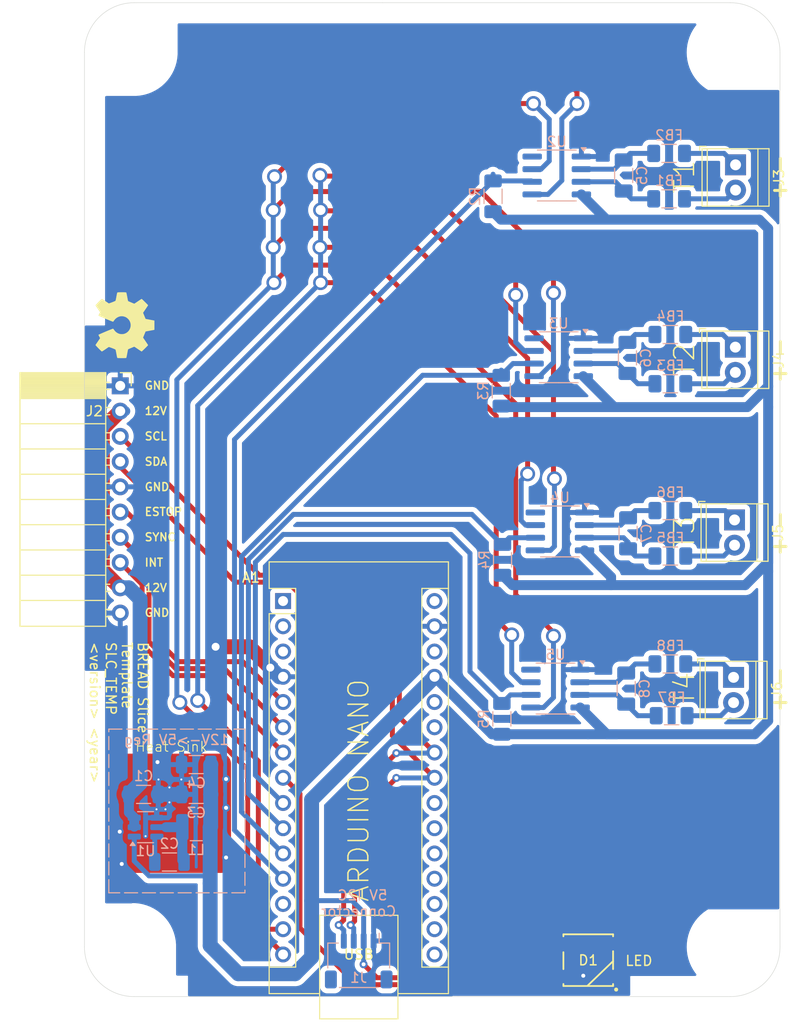
<source format=kicad_pcb>
(kicad_pcb (version 20241229) (generator "pcbnew") (generator_version "9.0")
  (layers (0 "F.Cu" signal) (2 "B.Cu" signal) (13 "F.Paste" user) (15 "B.Paste" user) (5 "F.SilkS" user "F.Silkscreen") (7 "B.SilkS" user "B.Silkscreen") (1 "F.Mask" user) (3 "B.Mask" user) (25 "Edge.Cuts" user))
  (net 0 "")
  (net 3 "GND")
  (net 5 "+5V")
  (net 6 "/LED")
  (net 7 "/I2C_CLK")
  (net 8 "/DATA")
  (net 9 "/I2C_DAT")
  (net 10 "/SS3")
  (net 11 "/SYNC")
  (net 13 "/E_STOP")
  (net 20 "+12V")
  (net 21 "/INT")
  (net 22 "/SS1")
  (net 23 "/SS2")
  (net 25 "/SS4")
  (net 26 "/CLK")
  (net 29 "Net-(U1-SW)")
  (net 30 "Net-(U1-BST)")
  (net 31 "unconnected-(A1-VIN-Pad30)")
  (net 33 "Net-(U2-T+)")
  (net 34 "Net-(U2-T-)")
  (net 35 "Net-(U3-T-)")
  (net 36 "Net-(U3-T+)")
  (net 37 "Net-(U4-T+)")
  (net 38 "Net-(U4-T-)")
  (net 39 "Net-(U5-T-)")
  (net 40 "Net-(U5-T+)")
  (net 41 "Net-(J3-Pin_2)")
  (net 42 "Net-(J3-Pin_1)")
  (net 43 "Net-(J4-Pin_2)")
  (net 44 "Net-(J4-Pin_1)")
  (net 45 "Net-(J5-Pin_2)")
  (net 46 "Net-(J5-Pin_1)")
  (net 47 "Net-(J6-Pin_2)")
  (net 48 "Net-(J6-Pin_1)")
  (net 49 "unconnected-(A1-D13-Pad16)")
  (footprint "MountingHole:MountingHole_5mm" (layer "F.Cu") (at 127.6 44.8)
    (property "Reference" "H1" (hide yes))
    (property "Value" "MountingHole")
  )
  (footprint "MountingHole:MountingHole_5mm" (layer "F.Cu") (at 187.6 44.8)
    (property "Reference" "H3" (hide yes))
    (property "Value" "MountingHole")
  )
  (footprint "MountingHole:MountingHole_5mm" (layer "F.Cu") (at 127.6 134.8)
    (property "Reference" "H2" (hide yes))
    (property "Value" "MountingHole")
  )
  (footprint "MountingHole:MountingHole_5mm" (layer "F.Cu") (at 187.6 134.8)
    (property "Reference" "H4" (hide yes))
    (property "Value" "MountingHole")
  )
  (footprint "Module:Arduino_Nano" (layer "F.Cu") (at 142.588 100)
    (property "Reference" "A1")
    (property "Value" "Arduino_Nano_v3.x")
  )
  (footprint "Connector_PinSocket_2.54mm:PinSocket_1x10_P2.54mm_Horizontal" (layer "F.Cu") (at 126.2 78.35)
    (property "Reference" "J2")
    (property "Value" "Conn_01x10_Female")
  )
  (footprint "Symbol:OSHW-Symbol_6.7x6mm_SilkScreen" (layer "F.Cu") (at 126.664 72.236 -90)
    (property "Reference" "Logo1" (hide yes))
    (property "Value" "Logo_Open_Hardware_Small" (hide yes))
  )
  (footprint "TerminalBlock_TE-Connectivity:TerminalBlock_TE_282834-2_1x02_P2.54mm_Horizontal" (layer "F.Cu") (at 188.12475 56.1085 -90)
    (property "Reference" "J3")
    (property "Value" "Screw_Terminal_01x02")
  )
  (footprint "KML-Custom:Thermal Pad" (layer "F.Cu") (at 131.35 121.355)
    (property "Reference" "HS1")
    (property "Value" "Heatsink_Pad")
  )
  (footprint "TerminalBlock_TE-Connectivity:TerminalBlock_TE_282834-2_1x02_P2.54mm_Horizontal" (layer "F.Cu") (at 188.02475 91.8385 -90)
    (property "Reference" "J5")
    (property "Value" "Screw_Terminal_01x02")
  )
  (footprint "TerminalBlock_TE-Connectivity:TerminalBlock_TE_282834-2_1x02_P2.54mm_Horizontal" (layer "F.Cu") (at 187.92475 107.6785 -90)
    (property "Reference" "J6")
    (property "Value" "Screw_Terminal_01x02")
  )
  (footprint "SparkFun-LED:WS2812-5050-4PIN" (layer "F.Cu") (at 173.3 136.132769)
    (property "Reference" "D1")
    (property "Value" "WS2812B_5050")
  )
  (footprint "TerminalBlock_TE-Connectivity:TerminalBlock_TE_282834-2_1x02_P2.54mm_Horizontal" (layer "F.Cu") (at 188.10425 74.4535 -90)
    (property "Reference" "J4")
    (property "Value" "Screw_Terminal_01x02")
  )
  (footprint "Resistor_SMD:R_1206_3216Metric_Pad1.30x1.75mm_HandSolder" (layer "B.Cu") (at 163.72025 59.277 -90)
    (property "Reference" "R2")
    (property "Value" "10k")
  )
  (footprint "Connector_JST:JST_SH_SM04B-SRSS-TB_1x04-1MP_P1.00mm_Horizontal" (layer "B.Cu") (at 150.2 136.2 180)
    (property "Reference" "J1")
    (property "Value" "I2C_01x04")
  )
  (footprint "Resistor_SMD:R_1206_3216Metric_Pad1.30x1.75mm_HandSolder" (layer "B.Cu") (at 181.56375 106.3305 180)
    (property "Reference" "FB8")
    (property "Value" "Ferrite_Bead_Small")
  )
  (footprint "Capacitor_SMD:C_1206_3216Metric" (layer "B.Cu") (at 128.55 119.455 180)
    (property "Reference" "C1")
    (property "Value" "22uF")
  )
  (footprint "Package_SO:SOIC-8_3.9x4.9mm_P1.27mm" (layer "B.Cu") (at 170.13375 57.1815 180)
    (property "Reference" "U2")
    (property "Value" "MAX31855KASA")
  )
  (footprint "Package_TO_SOT_SMD:TSOT-23-6" (layer "B.Cu") (at 128.75 122.755)
    (property "Reference" "U1")
    (property "Value" "~")
  )
  (footprint "Capacitor_SMD:C_1206_3216Metric_Pad1.33x1.80mm_HandSolder" (layer "B.Cu") (at 177.30925 93.186 90)
    (property "Reference" "C7")
    (property "Value" "0.01 uF")
  )
  (footprint "Resistor_SMD:R_1206_3216Metric_Pad1.30x1.75mm_HandSolder" (layer "B.Cu") (at 164.60925 111.855 -90)
    (property "Reference" "R5")
    (property "Value" "10k")
  )
  (footprint "Resistor_SMD:R_1206_3216Metric_Pad1.30x1.75mm_HandSolder" (layer "B.Cu") (at 164.67275 95.853 -90)
    (property "Reference" "R4")
    (property "Value" "10k")
  )
  (footprint "Capacitor_SMD:C_1206_3216Metric_Pad1.33x1.80mm_HandSolder" (layer "B.Cu") (at 177.11875 108.807 90)
    (property "Reference" "C8")
    (property "Value" "0.01 uF")
  )
  (footprint "Package_SO:SOIC-8_3.9x4.9mm_P1.27mm" (layer "B.Cu") (at 170.32425 75.4695 180)
    (property "Reference" "U3")
    (property "Value" "MAX31855KASA")
  )
  (footprint "Capacitor_SMD:C_1206_3216Metric_Pad1.33x1.80mm_HandSolder" (layer "B.Cu") (at 177.24575 75.533 90)
    (property "Reference" "C6")
    (property "Value" "0.01 uF")
  )
  (footprint "Capacitor_SMD:C_1206_3216Metric_Pad1.33x1.80mm_HandSolder" (layer "B.Cu") (at 176.86475 57.1815 90)
    (property "Reference" "C5")
    (property "Value" "0.01 uF")
  )
  (footprint "Capacitor_SMD:C_1206_3216Metric" (layer "B.Cu") (at 131.15 126.255 180)
    (property "Reference" "C2")
    (property "Value" "100nF")
  )
  (footprint "Capacitor_SMD:C_1206_3216Metric" (layer "B.Cu") (at 133.85 119.455)
    (property "Reference" "C3")
    (property "Value" "22uF")
  )
  (footprint "Resistor_SMD:R_1206_3216Metric_Pad1.30x1.75mm_HandSolder" (layer "B.Cu") (at 164.54575 78.835 -90)
    (property "Reference" "R3")
    (property "Value" "10k")
  )
  (footprint "Capacitor_SMD:C_1206_3216Metric" (layer "B.Cu") (at 133.85 116.455)
    (property "Reference" "C4")
    (property "Value" "22uF")
  )
  (footprint "Resistor_SMD:R_1206_3216Metric_Pad1.30x1.75mm_HandSolder" (layer "B.Cu") (at 181.43675 54.959 180)
    (property "Reference" "FB2")
    (property "Value" "Ferrite_Bead_Small")
  )
  (footprint "Resistor_SMD:R_1206_3216Metric_Pad1.30x1.75mm_HandSolder" (layer "B.Cu") (at 181.69075 111.5375 180)
    (property "Reference" "FB7")
    (property "Value" "Ferrite_Bead_Small")
  )
  (footprint "Resistor_SMD:R_1206_3216Metric_Pad1.30x1.75mm_HandSolder" (layer "B.Cu") (at 181.56375 73.1835 180)
    (property "Reference" "FB4")
    (property "Value" "Ferrite_Bead_Small")
  )
  (footprint "Resistor_SMD:R_1206_3216Metric_Pad1.30x1.75mm_HandSolder" (layer "B.Cu") (at 181.56375 90.9 180)
    (property "Reference" "FB6")
    (property "Value" "Ferrite_Bead_Small")
  )
  (footprint "Resistor_SMD:R_1206_3216Metric_Pad1.30x1.75mm_HandSolder" (layer "B.Cu") (at 181.43675 59.531 180)
    (property "Reference" "FB1")
    (property "Value" "Ferrite_Bead_Small")
  )
  (footprint "Inductor_SMD:L_1210_3225Metric" (layer "B.Cu") (at 133.85 122.755)
    (property "Reference" "L1")
    (property "Value" "4.7uH")
  )
  (footprint "Package_SO:SOIC-8_3.9x4.9mm_P1.27mm" (layer "B.Cu") (at 170.45125 92.9955 180)
    (property "Reference" "U4")
    (property "Value" "MAX31855KASA")
  )
  (footprint "Resistor_SMD:R_1206_3216Metric_Pad1.30x1.75mm_HandSolder" (layer "B.Cu") (at 181.56375 78.1365 180)
    (property "Reference" "FB3")
    (property "Value" "Ferrite_Bead_Small")
  )
  (footprint "Package_SO:SOIC-8_3.9x4.9mm_P1.27mm" (layer "B.Cu") (at 170.00675 108.807 180)
    (property "Reference" "U5")
    (property "Value" "MAX31855KASA")
  )
  (footprint "Resistor_SMD:R_1206_3216Metric_Pad1.30x1.75mm_HandSolder" (layer "B.Cu") (at 181.56375 95.472 180)
    (property "Reference" "FB5")
    (property "Value" "Ferrite_Bead_Small")
  )
  (gr_rect (start 125.05 112.887) (end 138.75 129.355) (stroke (width 0.12) (type dash)) (fill no) (layer "B.SilkS"))
  (gr_line (start 192.6 44.8) (end 192.6 94.8) (stroke (width 0.05)) (layer "Edge.Cuts"))
  (gr_arc (start 187.6 39.8) (mid 191.135534 41.264466) (end 192.6 44.8) (stroke (width 0.05)) (layer "Edge.Cuts"))
  (gr_arc (start 192.6 134.8) (mid 191.135534 138.335534) (end 187.6 139.8) (stroke (width 0.05)) (layer "Edge.Cuts"))
  (gr_line (start 152.6 39.8) (end 187.6 39.8) (stroke (width 0.05)) (layer "Edge.Cuts"))
  (gr_arc (start 122.6 44.8) (mid 124.064466 41.264466) (end 127.6 39.8) (stroke (width 0.05)) (layer "Edge.Cuts"))
  (gr_line (start 192.6 94.8) (end 192.6 134.8) (stroke (width 0.05)) (layer "Edge.Cuts"))
  (gr_line (start 122.6 134.8) (end 122.6 44.8) (stroke (width 0.05)) (layer "Edge.Cuts"))
  (gr_line (start 127.6 39.8) (end 152.6 39.8) (stroke (width 0.05)) (layer "Edge.Cuts"))
  (gr_arc (start 127.6 139.8) (mid 124.064466 138.335534) (end 122.6 134.8) (stroke (width 0.05)) (layer "Edge.Cuts"))
  (gr_line (start 160.188 139.8) (end 187.6 139.8) (stroke (width 0.05)) (layer "Edge.Cuts"))
  (gr_line (start 127.6 139.8) (end 160.188 139.8) (stroke (width 0.05)) (layer "Edge.Cuts"))
  (gr_text "GND" (at 129.89619 88.522 0) (layer "F.SilkS") (effects (font (size 0.8 0.8))))
  (gr_text "+" (at 192.62475 110.104499 0) (layer "F.SilkS") (effects (font (size 1.5 1.5) (thickness 0.3))))
  (gr_text "-" (at 192.52475 74.4645 90) (layer "F.SilkS") (effects (font (size 1.5 1.5) (thickness 0.3))))
  (gr_text "-" (at 192.52475 56.038501 90) (layer "F.SilkS") (effects (font (size 1.5 1.5) (thickness 0.3))))
  (gr_text "LED" (at 178.4 136.2 0) (layer "F.SilkS") (effects (font (size 1 1))))
  (gr_text "12V" (at 129.781905 98.672 0) (layer "F.SilkS") (effects (font (size 0.8 0.8))))
  (gr_text "SYNC" (at 130.22 93.572 0) (layer "F.SilkS") (effects (font (size 0.8 0.8))))
  (gr_text "GND" (at 129.89619 101.172 0) (layer "F.SilkS") (effects (font (size 0.8 0.8))))
  (gr_text "BREAD Slice\nTemplate\nSLC_TEMP\n<version> <year>" (at 126.066 104.035 270) (layer "F.SilkS") (effects (font (size 1 1)) (justify left)))
  (gr_text "GND" (at 129.89619 78.322 0) (layer "F.SilkS") (effects (font (size 0.8 0.8))))
  (gr_text "T2" (at 182.97475 75.723501 90) (layer "F.SilkS") (effects (font (size 2 2))))
  (gr_text "-" (at 192.52475 107.5645 90) (layer "F.SilkS") (effects (font (size 1.5 1.5) (thickness 0.3))))
  (gr_text "+" (at 192.62475 58.5785 0) (layer "F.SilkS") (effects (font (size 1.5 1.5) (thickness 0.3))))
  (gr_text "T3" (at 182.97475 93.122501 90) (layer "F.SilkS") (effects (font (size 2 2))))
  (gr_text "ESTOP" (at 130.543809 91.022 0) (layer "F.SilkS") (effects (font (size 0.8 0.8))))
  (gr_text "+" (at 192.62475 77.004499 0) (layer "F.SilkS") (effects (font (size 1.5 1.5) (thickness 0.3))))
  (gr_text "INT" (at 129.591428 96.122 0) (layer "F.SilkS") (effects (font (size 0.8 0.8))))
  (gr_text "T4" (at 182.97475 108.807001 90) (layer "F.SilkS") (effects (font (size 2 2))))
  (gr_text "SDA" (at 129.800952 85.972 0) (layer "F.SilkS") (effects (font (size 0.8 0.8))))
  (gr_text "SCL" (at 129.781905 83.422 0) (layer "F.SilkS") (effects (font (size 0.8 0.8))))
  (gr_text "T1" (at 182.97475 57.308501 90) (layer "F.SilkS") (effects (font (size 2 2))))
  (gr_text "ARDUINO NANO" (at 150.198 119.05 90) (layer "F.SilkS") (effects (font (size 2 2))))
  (gr_text "-" (at 192.52475 91.8645 90) (layer "F.SilkS") (effects (font (size 1.5 1.5) (thickness 0.3))))
  (gr_text "12V" (at 129.781905 80.872 0) (layer "F.SilkS") (effects (font (size 0.8 0.8))))
  (gr_text "+" (at 192.62475 94.404499 0) (layer "F.SilkS") (effects (font (size 1.5 1.5) (thickness 0.3))))
  (gr_text "12V->5V Reg" (at 131.85 114.555 0) (layer "B.SilkS") (effects (font (size 1 1)) (justify bottom mirror)))
  (gr_text "5V I2C \nConnector" (at 150.198 131.8 0) (layer "B.SilkS") (effects (font (size 1 1)) (justify bottom mirror)))
  (segment (start 141.3 106.7) (end 139.2 104.6) (width 1.5) (layer "F.Cu") (net 3))
  (segment (start 172.8 137.7) (end 172.832769 137.732769) (width 0.5) (layer "F.Cu") (net 3))
  (segment (start 172.832769 137.732769) (end 175.877 137.732769) (width 0.5) (layer "F.Cu") (net 3))
  (segment (start 139.2 104.6) (end 135.8 104.6) (width 1.5) (layer "F.Cu") (net 3))
  (via (at 135.8 104.6) (size 1.6) (drill 0.8) (layers "F.Cu" "B.Cu") (net 3))
  (via (at 136.85 117.905) (size 0.8) (drill 0.4) (layers "F.Cu" "B.Cu") (net 3))
  (via (at 126.35 126.455) (size 0.8) (drill 0.4) (layers "F.Cu" "B.Cu") (net 3))
  (via (at 129.85 120.955) (size 0.5) (drill 0.2) (layers "F.Cu" "B.Cu") (net 3))
  (via (at 129.95 116.205) (size 0.8) (drill 0.4) (layers "F.Cu" "B.Cu") (net 3))
  (via (at 131.15 120.255) (size 0.5) (drill 0.2) (layers "F.Cu" "B.Cu") (net 3))
  (via (at 131.15 118.755) (size 0.5) (drill 0.2) (layers "F.Cu" "B.Cu") (net 3))
  (via (at 130.05 117.955) (size 0.5) (drill 0.2) (layers "F.Cu" "B.Cu") (net 3))
  (via (at 172.8 137.7) (size 0.8) (drill 0.4) (layers "F.Cu" "B.Cu") (net 3))
  (via (at 132.35 117.955) (size 0.5) (drill 0.2) (layers "F.Cu" "B.Cu") (net 3))
  (via (at 126.15 123.205) (size 0.8) (drill 0.4) (layers "F.Cu" "B.Cu") (net 3))
  (via (at 136.85 125.805) (size 0.8) (drill 0.4) (layers "F.Cu" "B.Cu") (net 3))
  (via (at 136.85 120.805) (size 0.8) (drill 0.4) (layers "F.Cu" "B.Cu") (net 3))
  (via (at 130.75 120.955) (size 0.5) (drill 0.2) (layers "F.Cu" "B.Cu") (net 3))
  (via (at 128.75 123.655) (size 0.5) (drill 0.2) (layers "F.Cu" "B.Cu") (net 3))
  (via (at 141.3 106.7) (size 1.6) (drill 0.8) (layers "F.Cu" "B.Cu") (net 3))
  (segment (start 129.8875 121.805) (end 128.8 121.805) (width 0.5) (layer "B.Cu") (net 3))
  (segment (start 131.55 117.955) (end 133.25 117.955) (width 0.5) (layer "B.Cu") (net 3))
  (segment (start 128.8 121.805) (end 128.75 121.855) (width 0.5) (layer "B.Cu") (net 3))
  (segment (start 132.35 117.955) (end 131.55 117.955) (width 0.5) (layer "B.Cu") (net 3))
  (segment (start 128.95 120.955) (end 128.75 121.155) (width 0.5) (layer "B.Cu") (net 3))
  (segment (start 131 121.805) (end 131.15 121.655) (width 0.5) (layer "B.Cu") (net 3))
  (segment (start 129.85 121.7675) (end 129.8875 121.805) (width 0.5) (layer "B.Cu") (net 3))
  (segment (start 129.85 120.955) (end 128.95 120.955) (width 0.5) (layer "B.Cu") (net 3))
  (segment (start 142.588 107.62) (end 142.22 107.62) (width 1.5) (layer "B.Cu") (net 3))
  (segment (start 131.15 120.555) (end 130.75 120.955) (width 0.5) (layer "B.Cu") (net 3))
  (segment (start 128.75 121.855) (end 128.75 123.655) (width 0.5) (layer "B.Cu") (net 3))
  (segment (start 131.15 119.455) (end 131.15 120.255) (width 0.5) (layer "B.Cu") (net 3))
  (segment (start 131.15 119.455) (end 131.15 118.755) (width 0.5) (layer "B.Cu") (net 3))
  (segment (start 130.025 119.455) (end 132.375 119.455) (width 1.5) (layer "B.Cu") (net 3))
  (segment (start 142.22 107.62) (end 141.3 106.7) (width 1.5) (layer "B.Cu") (net 3))
  (segment (start 130.75 120.955) (end 129.85 120.955) (width 0.5) (layer "B.Cu") (net 3))
  (segment (start 128.75 121.155) (end 128.75 121.855) (width 0.5) (layer "B.Cu") (net 3))
  (segment (start 131.15 121.655) (end 131.15 120.255) (width 0.5) (layer "B.Cu") (net 3))
  (segment (start 131.15 120.255) (end 131.15 120.555) (width 0.5) (layer "B.Cu") (net 3))
  (segment (start 129.8875 121.805) (end 131 121.805) (width 0.5) (layer "B.Cu") (net 3))
  (segment (start 129.85 120.955) (end 129.85 121.7675) (width 0.5) (layer "B.Cu") (net 3))
  (segment (start 152.0375 137.9) (end 150.688 136.5505) (width 0.5) (layer "F.Cu") (net 5))
  (segment (start 166.91005 137.9) (end 163.9 137.9) (width 0.5) (layer "F.Cu") (net 5))
  (segment (start 170.277281 134.532769) (end 166.91005 137.9) (width 0.5) (layer "F.Cu") (net 5))
  (segment (start 170.723 134.532769) (end 170.277281 134.532769) (width 0.5) (layer "F.Cu") (net 5))
  (segment (start 157.808 107.62) (end 157.828 107.62) (width 1.5) (layer "F.Cu") (net 5))
  (segment (start 163.9 137.9) (end 152.0375 137.9) (width 0.5) (layer "F.Cu") (net 5))
  (via (at 150.688 136.5505) (size 0.8) (drill 0.4) (layers "F.Cu" "B.Cu") (net 5))
  (segment (start 174.89625 80.486) (end 164.64675 80.486) (width 1) (layer "B.Cu") (net 5))
  (segment (start 191.40625 96.09375) (end 191.40625 94.71) (width 1) (layer "B.Cu") (net 5))
  (segment (start 189.24725 80.486) (end 175.78525 80.486) (width 1) (layer "B.Cu") (net 5))
  (segment (start 135.25 134.67) (end 138.08 137.5) (width 1.5) (layer "B.Cu") (net 5))
  (segment (start 191.40625 94.71) (end 191.40625 80.486) (width 1) (layer "B.Cu") (net 5))
  (segment (start 164.64675 80.486) (end 164.54575 80.385) (width 1) (layer "B.Cu") (net 5))
  (segment (start 190.04675 113.405) (end 191.40625 112.0455) (width 1) (layer "B.Cu") (net 5))
  (segment (start 164.67275 97.403) (end 165.66975 98.4) (width 1) (layer "B.Cu") (net 5))
  (segment (start 175.6 98.4) (end 175.6 97.57425) (width 1) (layer "B.Cu") (net 5))
  (segment (start 145.46 130.148) (end 145.46 119.988) (width 1.5) (layer "B.Cu") (net 5))
  (segment (start 189.1 98.4) (end 191.40625 96.09375) (width 1) (layer "B.Cu") (net 5))
  (segment (start 191.40625 80.486) (end 191.40625 78.3905) (width 1) (layer "B.Cu") (net 5))
  (segment (start 157.828 107.62) (end 150.698 114.75) (width 1.5) (layer "B.Cu") (net 5))
  (segment (start 175.78525 80.486) (end 175.78525 80.3605) (width 1) (layer "B.Cu") (net 5))
  (segment (start 175.02325 61.6265) (end 175.02325 61.501) (width 1) (layer "B.Cu") (net 5))
  (segment (start 143.8 137.5) (end 145.46 135.84) (width 1.5) (layer "B.Cu") (net 5))
  (segment (start 145.46 135.84) (end 145.46 130.148) (width 1.5) (layer "B.Cu") (net 5))
  (segment (start 175.78525 80.486) (end 174.89625 80.486) (width 1) (layer "B.Cu") (net 5))
  (segment (start 164.51975 61.6265) (end 163.72025 60.827) (width 1) (layer "B.Cu") (net 5))
  (segment (start 164.60925 113.405) (end 173.28275 113.405) (width 1) (layer "B.Cu") (net 5))
  (segment (start 135.25 127.655) (end 129.103122 127.655) (width 0.5) (layer "B.Cu") (net 5))
  (segment (start 135.325 116.455) (end 135.3 116.48) (width 1.5) (layer "B.Cu") (net 5))
  (segment (start 175.6 97.57425) (end 172.92625 94.9005) (width 1) (layer "B.Cu") (net 5))
  (segment (start 165.66975 98.4) (end 189.1 98.4) (width 1) (layer "B.Cu") (net 5))
  (segment (start 149.524 130.148) (end 145.46 130.148) (width 0.5) (layer "B.Cu") (net 5))
  (segment (start 127.6125 126.164378) (end 127.6125 123.705) (width 0.5) (layer "B.Cu") (net 5))
  (segment (start 135.25 127.655) (end 135.25 128.4) (width 1.5) (layer "B.Cu") (net 5))
  (segment (start 135.3 119.48) (end 135.3 122.705) (width 1.5) (layer "B.Cu") (net 5))
  (segment (start 135.35 128.5) (end 135.25 128.4) (width 0.5) (layer "B.Cu") (net 5))
  (segment (start 164.60925 113.405) (end 163.613 113.405) (width 1) (layer "B.Cu") (net 5))
  (segment (start 175.78525 80.3605) (end 172.79925 77.3745) (width 1) (layer "B.Cu") (net 5))
  (segment (start 191.40625 78.3905) (end 191.40625 62.5155) (width 1) (layer "B.Cu") (net 5))
  (segment (start 173.28275 113.405) (end 176.12875 113.405) (width 1) (layer "B.Cu") (net 5))
  (segment (start 138.08 137.5) (end 143.8 137.5) (width 1.5) (layer "B.Cu") (net 5))
  (segment (start 172.48175 110.712) (end 175.17475 113.405) (width 1) (layer "B.Cu") (net 5))
  (segment (start 191.40625 112.0455) (end 191.40625 96.996) (width 1) (layer "B.Cu") (net 5))
  (segment (start 175.02325 61.6265) (end 174.32475 61.6265) (width 1) (layer "B.Cu") (net 5))
  (segment (start 175.17475 113.405) (end 176.12875 113.405) (width 1) (layer "B.Cu") (net 5))
  (segment (start 150.698 134.4) (end 150.698 131.322) (width 0.5) (layer "B.Cu") (net 5))
  (segment (start 150.698 136.5405) (end 150.698 134.4) (width 0.5) (layer "B.Cu") (net 5))
  (segment (start 135.3 116.48) (end 135.3 119.43) (width 1.5) (layer "B.Cu") (net 5))
  (segment (start 135.25 127.655) (end 135.25 122.755) (width 1.5) (layer "B.Cu") (net 5))
  (segment (start 189.31075 80.486) (end 191.40625 78.3905) (width 1) (layer "B.Cu") (net 5))
  (segment (start 189.24725 80.486) (end 189.31075 80.486) (width 1) (layer "B.Cu") (net 5))
  (segment (start 145.46 119.988) (end 150.698 114.75) (width 1.5) (layer "B.Cu") (net 5))
  (segment (start 176.12875 113.405) (end 190.04675 113.405) (width 1) (layer "B.Cu") (net 5))
  (segment (start 135.25 128.4) (end 135.25 134.67) (width 1.5) (layer "B.Cu") (net 5))
  (segment (start 150.688 136.5505) (end 150.698 136.5405) (width 0.5) (layer "B.Cu") (net 5))
  (segment (start 175.02325 61.501) (end 172.60875 59.0865) (width 1) (layer "B.Cu") (net 5))
  (segment (start 129.103122 127.655) (end 127.6125 126.164378) (width 0.5) (layer "B.Cu") (net 5))
  (segment (start 135.325 122.68) (end 135.25 122.755) (width 1) (layer "B.Cu") (net 5))
  (segment (start 158.008 107.8) (end 157.828 107.62) (width 0.5) (layer "B.Cu") (net 5))
  (segment (start 135.325 119.455) (end 135.3 119.48) (width 1.5) (layer "B.Cu") (net 5))
  (segment (start 135.3 122.705) (end 135.25 122.755) (width 1.5) (layer "B.Cu") (net 5))
  (segment (start 191.40625 96.996) (end 191.40625 94.71) (width 1) (layer "B.Cu") (net 5))
  (segment (start 135.3 119.43) (end 135.325 119.455) (width 1.5) (layer "B.Cu") (net 5))
  (segment (start 163.613 113.405) (end 157.828 107.62) (width 1) (layer "B.Cu") (net 5))
  (segment (start 174.32475 61.6265) (end 164.51975 61.6265) (width 1) (layer "B.Cu") (net 5))
  (segment (start 190.51725 61.6265) (end 175.02325 61.6265) (width 1) (layer "B.Cu") (net 5))
  (segment (start 150.698 131.322) (end 149.524 130.148) (width 0.5) (layer "B.Cu") (net 5))
  (segment (start 191.40625 62.5155) (end 190.51725 61.6265) (width 1) (layer "B.Cu") (net 5))
  (segment (start 149.988 138.6) (end 167.2 138.6) (width 0.5) (layer "F.Cu") (net 6))
  (segment (start 142.588 117.78) (end 142.668 117.78) (width 0.5) (layer "F.Cu") (net 6))
  (segment (start 167.2 138.6) (end 169.6 136.2) (width 0.5) (layer "F.Cu") (net 6))
  (segment (start 174.209769 136.2) (end 175.877 134.532769) (width 0.5) (layer "F.Cu") (net 6))
  (segment (start 144.288 119.4) (end 144.288 132.9) (width 0.5) (layer "F.Cu") (net 6))
  (segment (start 169.6 136.2) (end 174.209769 136.2) (width 0.5) (layer "F.Cu") (net 6))
  (segment (start 144.288 132.9) (end 149.988 138.6) (width 0.5) (layer "F.Cu") (net 6))
  (segment (start 142.668 117.78) (end 144.288 119.4) (width 0.5) (layer "F.Cu") (net 6))
  (segment (start 154.288 108.34805) (end 143.33995 97.4) (width 0.5) (layer "F.Cu") (net 7))
  (segment (start 154.288 111.7) (end 154.288 108.34805) (width 0.5) (layer "F.Cu") (net 7))
  (segment (start 126.23 83.43) (end 126.2 83.43) (width 0.5) (layer "F.Cu") (net 7))
  (segment (start 143.33995 97.4) (end 140.2 97.4) (width 0.5) (layer "F.Cu") (net 7))
  (segment (start 140.2 97.4) (end 126.23 83.43) (width 0.5) (layer "F.Cu") (net 7))
  (segment (start 148.188 132.6) (end 148.688 132.1) (width 0.5) (layer "F.Cu") (net 7))
  (segment (start 157.828 115.24) (end 154.288 111.7) (width 0.5) (layer "F.Cu") (net 7))
  (segment (start 148.688 132.1) (end 148.688 120.6) (width 0.5) (layer "F.Cu") (net 7))
  (segment (start 148.688 120.6) (end 153.988 115.3) (width 0.5) (layer "F.Cu") (net 7))
  (via (at 148.188 132.6) (size 0.8) (drill 0.4) (layers "F.Cu" "B.Cu") (net 7))
  (via (at 153.988 115.3) (size 0.8) (drill 0.4) (layers "F.Cu" "B.Cu") (net 7))
  (segment (start 157.768 115.3) (end 157.828 115.24) (width 0.5) (layer "B.Cu") (net 7))
  (segment (start 148.188 132.6) (end 148.698 133.11) (width 0.5) (layer "B.Cu") (net 7))
  (segment (start 148.698 133.11) (end 148.698 134.4) (width 0.5) (layer "B.Cu") (net 7))
  (segment (start 153.988 115.3) (end 157.768 115.3) (width 0.5) (layer "B.Cu") (net 7))
  (segment (start 159.27525 60.7375) (end 146.4405 60.7375) (width 0.5) (layer "F.Cu") (net 8))
  (segment (start 134 110) (end 140.1 116.1) (width 0.5) (layer "F.Cu") (net 8))
  (segment (start 146.364 67.9635) (end 150.616502 67.9635) (width 0.5) (layer "F.Cu") (net 8))
  (segment (start 167.2 75.58375) (end 156.02375 64.4075) (width 0.5) (layer "F.Cu") (net 8))
  (segment (start 156.02375 64.4075) (end 146.3005 64.4075) (width 0.5) (layer "F.Cu") (net 8))
  (segment (start 165.6 103.4095) (end 164.03775 101.84725) (width 0.5) (layer "F.Cu") (net 8))
  (segment (start 158.44975 57.245) (end 165.75225 49.9425) (width 0.5) (layer "F.Cu") (net 8))
  (segment (start 146.377 57.245) (end 146.3005 57.1685) (width 0.5) (layer "F.Cu") (net 8))
  (segment (start 165.75225 49.9425) (end 167.78425 49.9425) (width 0.5) (layer "F.Cu") (net 8))
  (segment (start 146.4405 60.7375) (end 146.364 60.661) (width 0.5) (layer "F.Cu") (net 8))
  (segment (start 141.22 133.02) (end 142.588 133.02) (width 0.5) (layer "F.Cu") (net 8))
  (segment (start 164.03775 101.84725) (end 164.03775 81.376998) (width 0.5) (layer "F.Cu") (net 8))
  (segment (start 164.03775 81.376998) (end 150.700752 68.04) (width 0.5) (layer "F.Cu") (net 8))
  (segment (start 158.44975 57.245) (end 146.377 57.245) (width 0.5) (layer "F.Cu") (net 8))
  (segment (start 166 69.2) (end 166 67.46225) (width 0.5) (layer "F.Cu") (net 8))
  (segment (start 140.1 116.1) (end 140.1 131.9) (width 0.5) (layer "F.Cu") (net 8))
  (segment (start 166 67.46225) (end 159.27525 60.7375) (width 0.5) (layer "F.Cu") (net 8))
  (segment (start 140.1 131.9) (end 141.22 133.02) (width 0.5) (layer "F.Cu") (net 8))
  (segment (start 167.2 87.2) (end 167.2 75.58375) (width 0.5) (layer "F.Cu") (net 8))
  (via (at 146.3005 57.1685) (size 1.5) (drill 1) (layers "F.Cu" "B.Cu") (net 8))
  (via (at 146.3005 64.4075) (size 1.5) (drill 1) (layers "F.Cu" "B.Cu") (net 8))
  (via (at 134 110) (size 1.5) (drill 1) (layers "F.Cu" "B.Cu") (net 8))
  (via (at 146.364 60.661) (size 1.5) (drill 1) (layers "F.Cu" "B.Cu") (net 8))
  (via (at 165.6 103.4095) (size 1.5) (drill 1) (layers "F.Cu" "B.Cu") (net 8))
  (via (at 167.78425 49.9425) (size 1.5) (drill 1) (layers "F.Cu" "B.Cu") (net 8))
  (via (at 167.2 87.2) (size 1.5) (drill 1) (layers "F.Cu" "B.Cu") (net 8))
  (via (at 146.364 67.9635) (size 1.5) (drill 1) (layers "F.Cu" "B.Cu") (net 8))
  (via (at 166 69.2) (size 1.5) (drill 1) (layers "F.Cu" "B.Cu") (net 8))
  (segment (start 146.364 64.471) (end 146.3005 64.4075) (width 0.5) (layer "B.Cu") (net 8))
  (segment (start 146.364 64.5345) (end 146.364 68.0905) (width 0.5) (layer "B.Cu") (net 8))
  (segment (start 146.364 67.9635) (end 134 80.3275) (width 0.5) (layer "B.Cu") (net 8))
  (segment (start 166.572 108.172) (end 167.53175 108.172) (width 0.5) (layer "B.Cu") (net 8))
  (segment (start 146.364 64.5345) (end 146.364 64.471) (width 0.5) (layer "B.Cu") (net 8))
  (segment (start 146.364 61.296) (end 146.364 60.661) (width 0.5) (layer "B.Cu") (net 8))
  (segment (start 166.874251 74.8345) (end 167.84925 74.8345) (width 0.5) (layer "B.Cu") (net 8))
  (segment (start 165.6 107.2) (end 166.572 108.172) (width 0.5) (layer "B.Cu") (net 8))
  (segment (start 165.6 103.4095) (end 165.6 107.2) (width 0.5) (layer "B.Cu") (net 8))
  (segment (start 167.2 87.2) (end 166.55125 87.84875) (width 0.5) (layer "B.Cu") (net 8))
  (segment (start 146.364 61.296) (end 146.364 64.5345) (width 0.5) (layer "B.Cu") (net 8))
  (segment (start 146.364 57.105) (end 146.3005 57.1685) (width 0.5) (layer "B.Cu") (net 8))
  (segment (start 167.65875 56.5465) (end 168.54625 56.5465) (width 0.5) (layer "B.Cu") (net 8))
  (segment (start 169.37175 55.721) (end 169.37175 51.53) (width 0.5) (layer "B.Cu") (net 8))
  (segment (start 166 69.2) (end 166 73.960249) (width 0.5) (layer "B.Cu") (net 8))
  (segment (start 167.001251 92.3605) (end 167.97625 92.3605) (width 0.5) (layer "B.Cu") (net 8))
  (segment (start 168.54625 56.5465) (end 169.37175 55.721) (width 0.5) (layer "B.Cu") (net 8))
  (segment (start 134 80.3275) (end 134 110) (width 0.5) (layer "B.Cu") (net 8))
  (segment (start 146.364 68.0905) (end 146.364 67.9635) (width 0.5) (layer "B.Cu") (net 8))
  (segment (start 146.364 57.105) (end 146.364 61.296) (width 0.5) (layer "B.Cu") (net 8))
  (segment (start 166.55125 87.84875) (end 166.55125 91.910499) (width 0.5) (layer "B.Cu") (net 8))
  (segment (start 166.55125 91.910499) (end 167.001251 92.3605) (width 0.5) (layer "B.Cu") (net 8))
  (segment (start 169.37175 51.53) (end 167.78425 49.9425) (width 0.5) (layer "B.Cu") (net 8))
  (segment (start 166 73.960249) (end 166.874251 74.8345) (width 0.5) (layer "B.Cu") (net 8))
  (segment (start 153.588 113.54) (end 157.828 117.78) (width 0.5) (layer "F.Cu") (net 9))
  (segment (start 153.588 108.638) (end 153.588 113.54) (width 0.5) (layer "F.Cu") (net 9))
  (segment (start 143.05 98.1) (end 153.588 108.638) (width 0.5) (layer "F.Cu") (net 9))
  (segment (start 149.381039 132.604917) (end 149.788 132.197956) (width 0.5) (layer "F.Cu") (net 9))
  (segment (start 126.2 85.97) (end 126.2 86.504) (width 0.5) (layer "F.Cu") (net 9))
  (segment (start 137.796 98.1) (end 143.05 98.1) (width 0.5) (layer "F.Cu") (net 9))
  (segment (start 149.788 132.197956) (end 149.788 122) (width 0.5) (layer "F.Cu") (net 9))
  (segment (start 126.2 86.504) (end 137.796 98.1) (width 0.5) (layer "F.Cu") (net 9))
  (segment (start 149.788 122) (end 153.988 117.8) (width 0.5) (layer "F.Cu") (net 9))
  (via (at 153.988 117.8) (size 0.8) (drill 0.4) (layers "F.Cu" "B.Cu") (net 9))
  (via (at 149.381039 132.604917) (size 0.8) (drill 0.4) (layers "F.Cu" "B.Cu") (net 9))
  (segment (start 157.808 117.8) (end 157.828 117.78) (width 0.5) (layer "B.Cu") (net 9))
  (segment (start 149.381039 132.604917) (end 149.698 132.921878) (width 0.5) (layer "B.Cu") (net 9))
  (segment (start 153.988 117.8) (end 157.808 117.8) (width 0.5) (layer "B.Cu") (net 9))
  (segment (start 149.698 132.921878) (end 149.698 134.4) (width 0.5) (layer "B.Cu") (net 9))
  (segment (start 164.67275 94.303) (end 164.61975 94.303) (width 0.5) (layer "B.Cu") (net 10))
  (segment (start 164.61975 94.303) (end 161.59775 91.281) (width 0.5) (layer "B.Cu") (net 10))
  (segment (start 139.1 119.372) (end 142.588 122.86) (width 0.5) (layer "B.Cu") (net 10))
  (segment (start 143.62905 91.281) (end 139.1 95.81005) (width 0.5) (layer "B.Cu") (net 10))
  (segment (start 165.34525 93.6305) (end 167.97625 93.6305) (width 0.5) (layer "B.Cu") (net 10))
  (segment (start 164.67275 94.303) (end 165.34525 93.6305) (width 0.5) (layer "B.Cu") (net 10))
  (segment (start 161.59775 91.281) (end 143.62905 91.281) (width 0.5) (layer "B.Cu") (net 10))
  (segment (start 139.1 95.81005) (end 139.1 119.372) (width 0.5) (layer "B.Cu") (net 10))
  (segment (start 134.848 107.5) (end 142.588 115.24) (width 0.5) (layer "F.Cu") (net 11))
  (segment (start 131.5001 107.5) (end 134.848 107.5) (width 0.5) (layer "F.Cu") (net 11))
  (segment (start 128.4 104.3999) (end 131.5001 107.5) (width 0.5) (layer "F.Cu") (net 11))
  (segment (start 126.2 96.13) (end 128.4 98.33) (width 0.5) (layer "F.Cu") (net 11))
  (segment (start 128.4 98.33) (end 128.4 104.3999) (width 0.5) (layer "F.Cu") (net 11))
  (segment (start 126.2 91.05) (end 126.85 91.05) (width 0.5) (layer "F.Cu") (net 13))
  (segment (start 132.08 106.1) (end 138.528 106.1) (width 0.5) (layer "F.Cu") (net 13))
  (segment (start 138.528 106.1) (end 142.588 110.16) (width 0.5) (layer "F.Cu") (net 13))
  (segment (start 129.8 94) (end 129.8 103.82) (width 0.5) (layer "F.Cu") (net 13))
  (segment (start 126.85 91.05) (end 129.8 94) (width 0.5) (layer "F.Cu") (net 13))
  (segment (start 129.8 103.82) (end 132.08 106.1) (width 0.5) (layer "F.Cu") (net 13))
  (segment (start 126.194415 80.89) (end 124.4 82.684415) (width 1.5) (layer "F.Cu") (net 20))
  (segment (start 126.2 80.89) (end 126.194415 80.89) (width 1.5) (layer "F.Cu") (net 20))
  (segment (start 124.4 82.684415) (end 124.4 96.875585) (width 1.5) (layer "F.Cu") (net 20))
  (segment (start 126.2 80.89) (end 126.21 80.9) (width 1) (layer "F.Cu") (net 20))
  (segment (start 124.4 96.875585) (end 126.194415 98.67) (width 1.5) (layer "F.Cu") (net 20))
  (segment (start 126.194415 98.67) (end 126.2 98.67) (width 1.5) (layer "F.Cu") (net 20))
  (segment (start 126.71 80.89) (end 126.2 80.89) (width 1) (layer "B.Cu") (net 20))
  (segment (start 127.6125 121.805) (end 127.6125 122.705) (width 1) (layer "B.Cu") (net 20))
  (segment (start 127.075 121.2675) (end 127.6125 121.805) (width 1) (layer "B.Cu") (net 20))
  (segment (start 127.075 119.455) (end 127.075 121.2675) (width 1) (layer "B.Cu") (net 20))
  (segment (start 127.07 98.67) (end 128.2 99.8) (width 1.5) (layer "B.Cu") (net 20))
  (segment (start 128.2 118.33) (end 127.075 119.455) (width 1.5) (layer "B.Cu") (net 20))
  (segment (start 128.2 99.8) (end 128.2 118.33) (width 1.5) (layer "B.Cu") (net 20))
  (segment (start 126.2 98.67) (end 127.07 98.67) (width 1.5) (layer "B.Cu") (net 20))
  (segment (start 129.1 96.49) (end 129.1 104.10995) (width 0.5) (layer "F.Cu") (net 21))
  (segment (start 131.79005 106.8) (end 136.688 106.8) (width 0.5) (layer "F.Cu") (net 21))
  (segment (start 126.2 93.59) (end 129.1 96.49) (width 0.5) (layer "F.Cu") (net 21))
  (segment (start 136.688 106.8) (end 142.588 112.7) (width 0.5) (layer "F.Cu") (net 21))
  (segment (start 129.1 104.10995) (end 131.79005 106.8) (width 0.5) (layer "F.Cu") (net 21))
  (segment (start 163.72025 57.727) (end 167.56925 57.727) (width 0.5) (layer "B.Cu") (net 22))
  (segment (start 163.72025 57.727) (end 163.72025 57.0545) (width 0.5) (layer "B.Cu") (net 22))
  (segment (start 137.7 123.052) (end 142.588 127.94) (width 0.5) (layer "B.Cu") (net 22))
  (segment (start 167.56925 57.727) (end 167.65875 57.8165) (width 0.5) (layer "B.Cu") (net 22))
  (segment (start 163.72025 57.727) (end 137.7 83.74725) (width 0.5) (layer "B.Cu") (net 22))
  (segment (start 137.7 83.74725) (end 137.7 123.052) (width 0.5) (layer "B.Cu") (net 22))
  (segment (start 164.54575 77.285) (end 164.54575 76.7665) (width 0.5) (layer "B.Cu") (net 23))
  (segment (start 156.6351 77.285) (end 138.4 95.5201) (width 0.5) (layer "B.Cu") (net 23))
  (segment (start 138.4 95.5201) (end 138.4 121.212) (width 0.5) (layer "B.Cu") (net 23))
  (segment (start 164.54575 77.285) (end 156.6351 77.285) (width 0.5) (layer "B.Cu") (net 23))
  (segment (start 138.4 121.212) (end 142.588 125.4) (width 0.5) (layer "B.Cu") (net 23))
  (segment (start 167.84925 76.1045) (end 165.72625 76.1045) (width 0.5) (layer "B.Cu") (net 23))
  (segment (start 165.72625 76.1045) (end 164.54575 77.285) (width 0.5) (layer "B.Cu") (net 23))
  (segment (start 165.47225 109.442) (end 167.53175 109.442) (width 0.5) (layer "B.Cu") (net 25))
  (segment (start 161.4 107.1) (end 161.4 95.2) (width 0.5) (layer "B.Cu") (net 25))
  (segment (start 164.60925 110.305) (end 165.47225 109.442) (width 0.5) (layer "B.Cu") (net 25))
  (segment (start 142.6 93.3) (end 139.8 96.1) (width 0.5) (layer "B.Cu") (net 25))
  (segment (start 164.605 110.305) (end 161.4 107.1) (width 0.5) (layer "B.Cu") (net 25))
  (segment (start 164.60925 110.305) (end 164.17525 110.305) (width 0.5) (layer "B.Cu") (net 25))
  (segment (start 159.5 93.3) (end 142.6 93.3) (width 0.5) (layer "B.Cu") (net 25))
  (segment (start 139.8 96.1) (end 139.8 117.532) (width 0.5) (layer "B.Cu") (net 25))
  (segment (start 139.8 117.532) (end 142.588 120.32) (width 0.5) (layer "B.Cu") (net 25))
  (segment (start 161.4 95.2) (end 159.5 93.3) (width 0.5) (layer "B.Cu") (net 25))
  (segment (start 164.60925 110.305) (end 164.605 110.305) (width 0.5) (layer "B.Cu") (net 25))
  (segment (start 166 99.3645) (end 166 80.16225) (width 0.5) (layer "F.Cu") (net 26))
  (segment (start 139.025 116.972098) (end 139.025 131.925) (width 0.5) (layer "F.Cu") (net 26))
  (segment (start 169.9 87.7) (end 169.8 87.6) (width 0.5) (layer "F.Cu") (net 26))
  (segment (start 156.376002 55.6) (end 164.576002 47.4) (width 0.5) (layer "F.Cu") (net 26))
  (segment (start 169.8 87.6) (end 169.8 74.88175) (width 0.5) (layer "F.Cu") (net 26))
  (segment (start 162.48125 58.8) (end 143.4625 58.8) (width 0.5) (layer "F.Cu") (net 26))
  (segment (start 143.4285 66.2) (end 152.03 66.2) (width 0.5) (layer "F.Cu") (net 26))
  (segment (start 143.509 62.5) (end 141.6015 64.4075) (width 0.5) (layer "F.Cu") (net 26))
  (segment (start 139.025 131.925) (end 142.588 135.488) (width 0.5) (layer "F.Cu") (net 26))
  (segment (start 166 80.16225) (end 152.677749 66.839999) (width 0.5) (layer "F.Cu") (net 26))
  (segment (start 143.4625 58.8) (end 141.6015 60.661) (width 0.5) (layer "F.Cu") (net 26))
  (segment (start 141.7285 57.2955) (end 143.424 55.6) (width 0.5) (layer "F.Cu") (net 26))
  (segment (start 170.8 47.4) (end 172.16575 48.76575) (width 0.5) (layer "F.Cu") (net 26))
  (segment (start 132.2 110.2) (end 132.252902 110.2) (width 0.5) (layer "F.Cu") (net 26))
  (segment (start 172.16575 48.76575) (end 172.16575 49.9425) (width 0.5) (layer "F.Cu") (net 26))
  (segment (start 143.424 55.6) (end 156.376002 55.6) (width 0.5) (layer "F.Cu") (net 26))
  (segment (start 142.588 135.488) (end 142.588 135.56) (width 0.5) (layer "F.Cu") (net 26))
  (segment (start 169.8 66.11875) (end 162.48125 58.8) (width 0.5) (layer "F.Cu") (net 26))
  (segment (start 169.8 103.5275) (end 169.8 103.1645) (width 0.5) (layer "F.Cu") (net 26))
  (segment (start 132.252902 110.2) (end 139.025 116.972098) (width 0.5) (layer "F.Cu") (net 26))
  (segment (start 152.03 66.2) (end 152.593499 66.763499) (width 0.5) (layer "F.Cu") (net 26))
  (segment (start 141.665 67.9635) (end 143.4285 66.2) (width 0.5) (layer "F.Cu") (net 26))
  (segment (start 169.8 74.88175) (end 157.41825 62.5) (width 0.5) (layer "F.Cu") (net 26))
  (segment (start 164.576002 47.4) (end 170.8 47.4) (width 0.5) (layer "F.Cu") (net 26))
  (segment (start 169.8 103.1645) (end 166 99.3645) (width 0.5) (layer "F.Cu") (net 26))
  (segment (start 157.41825 62.5) (end 143.509 62.5) (width 0.5) (layer "F.Cu") (net 26))
  (segment (start 169.8 69) (end 169.8 66.11875) (width 0.5) (layer "F.Cu") (net 26))
  (via (at 172.16575 49.9425) (size 1.5) (drill 1) (layers "F.Cu" "B.Cu") (net 26))
  (via (at 169.9 87.7) (size 1.5) (drill 1) (layers "F.Cu" "B.Cu") (net 26))
  (via (at 141.6015 64.4075) (size 1.5) (drill 1) (layers "F.Cu" "B.Cu") (net 26))
  (via (at 141.7285 57.2955) (size 1.5) (drill 1) (layers "F.Cu" "B.Cu") (net 26))
  (via (at 141.6015 60.661) (size 1.5) (drill 1) (layers "F.Cu" "B.Cu") (net 26))
  (via (at 169.8 103.5275) (size 1.5) (drill 1) (layers "F.Cu" "B.Cu") (net 26))
  (via (at 141.665 67.9635) (size 1.5) (drill 1) (layers "F.Cu" "B.Cu") (net 26))
  (via (at 169.8 69) (size 1.5) (drill 1) (layers "F.Cu" "B.Cu") (net 26))
  (via (at 132.2 110.2) (size 1.5) (drill 1) (layers "F.Cu" "B.Cu") (net 26))
  (segment (start 169.8 109.71225) (end 168.80025 110.712) (width 0.5) (layer "B.Cu") (net 26))
  (segment (start 169.24475 59.0865) (end 170.64175 57.6895) (width 0.5) (layer "B.Cu") (net 26))
  (segment (start 169.8 75.981434) (end 168.406934 77.3745) (width 0.5) (layer "B.Cu") (net 26))
  (segment (start 141.6015 64.217) (end 141.6015 68.154) (width 0.5) (layer "B.Cu") (net 26))
  (segment (start 170.64175 51.4665) (end 172.16575 49.9425) (width 0.5) (layer "B.Cu") (net 26))
  (segment (start 142.588 135.3799) (end 142.588 135.56) (width 0.5) (layer "B.Cu") (net 26))
  (segment (start 141.6015 68.154) (end 141.6015 68.027) (width 0.5) (layer "B.Cu") (net 26))
  (segment (start 131.9 77.7285) (end 141.665 67.9635) (width 0.5) (layer "B.Cu") (net 26))
  (segment (start 141.6015 57.4225) (end 141.6015 60.5975) (width 0.5) (layer "B.Cu") (net 26))
  (segment (start 141.6015 68.027) (end 141.665 67.9635) (width 0.5) (layer "B.Cu") (net 26))
  (segment (start 132.2 110.2) (end 131.9 109.9) (width 0.5) (layer "B.Cu") (net 26))
  (segment (start 141.6015 57.4225) (end 141.7285 57.2955) (width 0.5) (layer "B.Cu") (net 26))
  (segment (start 141.6015 60.5975) (end 141.6015 64.217) (width 0.5) (layer "B.Cu") (net 26))
  (segment (start 141.6015 64.217) (end 141.6015 64.4075) (width 0.5) (layer "B.Cu") (net 26))
  (segment (start 168.406934 77.3745) (end 167.84925 77.3745) (width 0.5) (layer "B.Cu") (net 26))
  (segment (start 131.9 109.9) (end 131.9 77.7285) (width 0.5) (layer "B.Cu") (net 26))
  (segment (start 168.80025 110.712) (end 167.53175 110.712) (width 0.5) (layer "B.Cu") (net 26))
  (segment (start 141.6015 60.5975) (end 141.6015 60.661) (width 0.5) (layer "B.Cu") (net 26))
  (segment (start 170.64175 57.6895) (end 170.64175 51.4665) (width 0.5) (layer "B.Cu") (net 26))
  (segment (start 169.8 69) (end 169.8 75.981434) (width 0.5) (layer "B.Cu") (net 26))
  (segment (start 169.9 94.49925) (end 169.49875 94.9005) (width 0.5) (layer "B.Cu") (net 26))
  (segment (start 169.9 87.7) (end 169.9 94.49925) (width 0.5) (layer "B.Cu") (net 26))
  (segment (start 169.8 103.5275) (end 169.8 109.71225) (width 0.5) (layer "B.Cu") (net 26))
  (segment (start 167.97625 94.9005) (end 169.49875 94.9005) (width 0.5) (layer "B.Cu") (net 26))
  (segment (start 167.65875 59.0865) (end 169.24475 59.0865) (width 0.5) (layer "B.Cu") (net 26))
  (segment (start 132.45 126.08) (end 132.625 126.255) (width 1) (layer "B.Cu") (net 29))
  (segment (start 132.45 122.755) (end 130.806238 122.755) (width 1) (layer "B.Cu") (net 29))
  (segment (start 132.45 122.755) (end 132.45 126.08) (width 1) (layer "B.Cu") (net 29))
  (segment (start 129.675 123.9175) (end 129.8875 123.705) (width 0.5) (layer "B.Cu") (net 30))
  (segment (start 129.675 126.255) (end 129.675 123.9175) (width 0.5) (layer "B.Cu") (net 30))
  (segment (start 157.845 100.017) (end 157.828 100) (width 1.5) (layer "B.Cu") (net 31))
  (segment (start 177.65175 59.531) (end 176.86475 58.744) (width 0.5) (layer "B.Cu") (net 33))
  (segment (start 176.86475 58.744) (end 176.86475 58.642) (width 0.5) (layer "B.Cu") (net 33))
  (segment (start 176.03925 57.8165) (end 172.60875 57.8165) (width 0.5) (layer "B.Cu") (net 33))
  (segment (start 179.88675 59.531) (end 177.65175 59.531) (width 0.5) (layer "B.Cu") (net 33))
  (segment (start 176.86475 58.642) (end 176.03925 57.8165) (width 0.5) (layer "B.Cu") (net 33))
  (segment (start 175.93725 56.5465) (end 172.60875 56.5465) (width 0.5) (layer "B.Cu") (net 34))
  (segment (start 177.52475 54.959) (end 176.86475 55.619) (width 0.5) (layer "B.Cu") (net 34))
  (segment (start 179.88675 54.959) (end 177.52475 54.959) (width 0.5) (layer "B.Cu") (net 34))
  (segment (start 176.86475 55.619) (end 175.93725 56.5465) (width 0.5) (layer "B.Cu") (net 34))
  (segment (start 176.38175 74.8345) (end 172.79925 74.8345) (width 0.5) (layer "B.Cu") (net 35))
  (segment (start 177.24575 73.9705) (end 176.38175 74.8345) (width 0.5) (layer "B.Cu") (net 35))
  (segment (start 180.01375 73.1835) (end 178.03275 73.1835) (width 0.5) (layer "B.Cu") (net 35))
  (segment (start 178.03275 73.1835) (end 177.24575 73.9705) (width 0.5) (layer "B.Cu") (net 35))
  (segment (start 178.28675 78.1365) (end 177.24575 77.0955) (width 0.5) (layer "B.Cu") (net 36))
  (segment (start 180.01375 78.1365) (end 178.28675 78.1365) (width 0.5) (layer "B.Cu") (net 36))
  (segment (start 177.24575 77.0955) (end 176.25475 76.1045) (width 0.5) (layer "B.Cu") (net 36))
  (segment (start 176.25475 76.1045) (end 172.79925 76.1045) (width 0.5) (layer "B.Cu") (net 36))
  (segment (start 177.30925 94.086) (end 176.85375 93.6305) (width 0.5) (layer "B.Cu") (net 37))
  (segment (start 178.03275 95.472) (end 177.30925 94.7485) (width 0.5) (layer "B.Cu") (net 37))
  (segment (start 176.85375 93.6305) (end 172.92625 93.6305) (width 0.5) (layer "B.Cu") (net 37))
  (segment (start 180.01375 95.472) (end 178.03275 95.472) (width 0.5) (layer "B.Cu") (net 37))
  (segment (start 177.30925 94.7485) (end 177.30925 94.086) (width 0.5) (layer "B.Cu") (net 37))
  (segment (start 177.30925 91.6235) (end 176.57225 92.3605) (width 0.5) (layer "B.Cu") (net 38))
  (segment (start 176.57225 92.3605) (end 172.92625 92.3605) (width 0.5) (layer "B.Cu") (net 38))
  (segment (start 180.01375 90.9) (end 178.03275 90.9) (width 0.5) (layer "B.Cu") (net 38))
  (segment (start 178.03275 90.9) (end 177.30925 91.6235) (width 0.5) (layer "B.Cu") (net 38))
  (segment (start 177.11875 107.2445) (end 176.19125 108.172) (width 0.5) (layer "B.Cu") (net 39))
  (segment (start 176.19125 108.172) (end 172.48175 108.172) (width 0.5) (layer "B.Cu") (net 39))
  (segment (start 178.03275 106.3305) (end 177.11875 107.2445) (width 0.5) (layer "B.Cu") (net 39))
  (segment (start 180.01375 106.3305) (end 178.03275 106.3305) (width 0.5) (layer "B.Cu") (net 39))
  (segment (start 178.28675 111.5375) (end 177.11875 110.3695) (width 0.5) (layer "B.Cu") (net 40))
  (segment (start 180.14075 111.5375) (end 178.28675 111.5375) (width 0.5) (layer "B.Cu") (net 40))
  (segment (start 176.19125 109.442) (end 172.48175 109.442) (width 0.5) (layer "B.Cu") (net 40))
  (segment (start 177.11875 110.3695) (end 176.19125 109.442) (width 0.5) (layer "B.Cu") (net 40))
  (segment (start 187.24225 59.531) (end 188.12475 58.6485) (width 0.5) (layer "B.Cu") (net 41))
  (segment (start 182.98675 59.531) (end 187.24225 59.531) (width 0.5) (layer "B.Cu") (net 41))
  (segment (start 186.97525 54.959) (end 188.12475 56.1085) (width 0.5) (layer "B.Cu") (net 42))
  (segment (start 182.98675 54.959) (end 186.97525 54.959) (width 0.5) (layer "B.Cu") (net 42))
  (segment (start 183.11375 78.1365) (end 186.96125 78.1365) (width 0.5) (layer "B.Cu") (net 43))
  (segment (start 186.96125 78.1365) (end 188.10425 76.9935) (width 0.5) (layer "B.Cu") (net 43))
  (segment (start 186.83425 73.1835) (end 188.10425 74.4535) (width 0.5) (layer "B.Cu") (net 44))
  (segment (start 183.11375 73.1835) (end 186.83425 73.1835) (width 0.5) (layer "B.Cu") (net 44))
  (segment (start 186.93125 95.472) (end 188.02475 94.3785) (width 0.5) (layer "B.Cu") (net 45))
  (segment (start 183.11375 95.472) (end 186.93125 95.472) (width 0.5) (layer "B.Cu") (net 45))
  (segment (start 183.11375 90.9) (end 187.08625 90.9) (width 0.5) (layer "B.Cu") (net 46))
  (segment (start 187.08625 90.9) (end 188.02475 91.8385) (width 0.5) (layer "B.Cu") (net 46))
  (segment (start 186.64375 111.5375) (end 188.10425 110.077) (width 0.5) (layer "B.Cu") (net 47))
  (segment (start 183.24075 111.5375) (end 186.64375 111.5375) (width 0.5) (layer "B.Cu") (net 47))
  (segment (start 186.89775 106.3305) (end 188.10425 107.537) (width 0.5) (layer "B.Cu") (net 48))
  (segment (start 183.11375 106.3305) (end 186.89775 106.3305) (width 0.5) (layer "B.Cu") (net 48))
  (segment (start 157.868 135.6) (end 157.828 135.56) (width 0.5) (layer "F.Cu") (net 49))
  (segment (start 157.868 135.6) (end 157.828 135.56) (width 0.5) (layer "B.Cu") (net 49))
  (zone (net 3) (net_name "GND") (layer "B.Cu") (connect_pads (clearance 0.5)) (min_thickness 0.25) (fill yes (thermal_gap 0.5) (thermal_bridge_width 0.5))
    (polygon (pts (xy 192.6 139.8) (xy 122.6 139.8) (xy 122.6 39.8) (xy 192.6 39.8)))
  )
)
</source>
